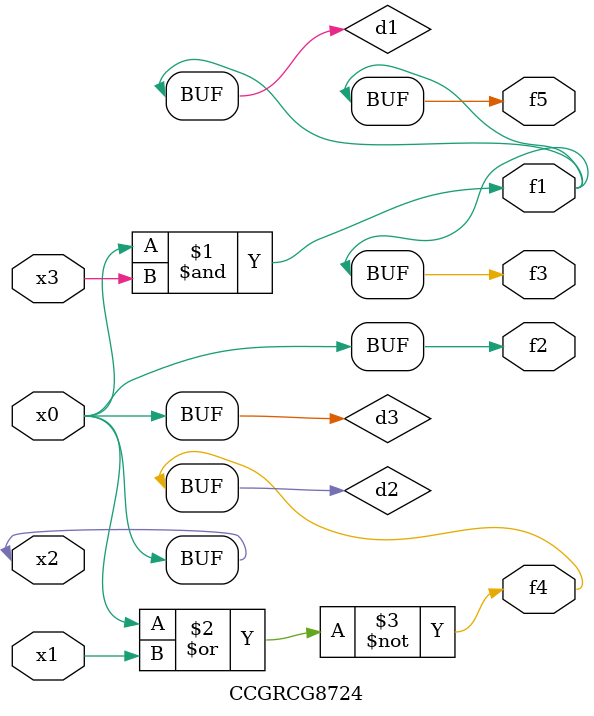
<source format=v>
module CCGRCG8724(
	input x0, x1, x2, x3,
	output f1, f2, f3, f4, f5
);

	wire d1, d2, d3;

	and (d1, x2, x3);
	nor (d2, x0, x1);
	buf (d3, x0, x2);
	assign f1 = d1;
	assign f2 = d3;
	assign f3 = d1;
	assign f4 = d2;
	assign f5 = d1;
endmodule

</source>
